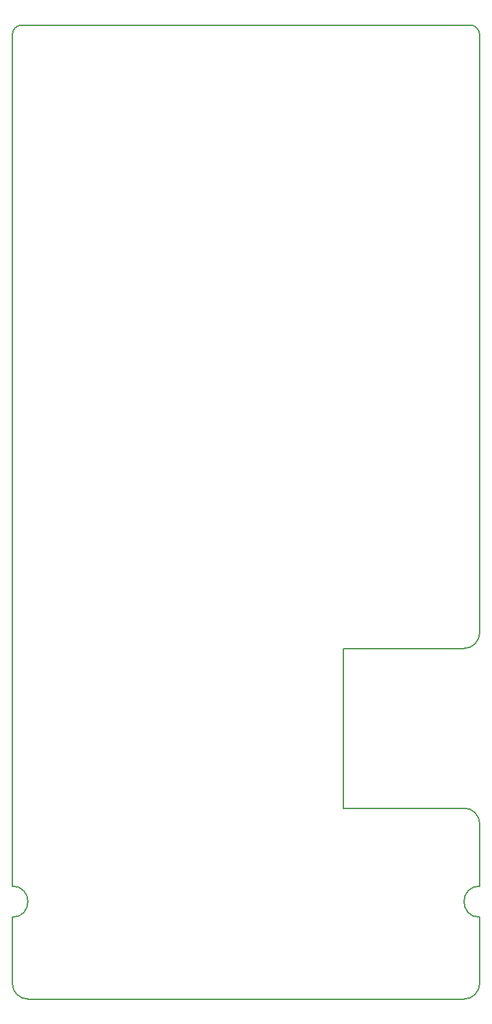
<source format=gbr>
G04 #@! TF.GenerationSoftware,KiCad,Pcbnew,(5.0.2)-1*
G04 #@! TF.CreationDate,2019-03-24T13:01:03-05:00*
G04 #@! TF.ProjectId,NavBoard_Hardware,4e617642-6f61-4726-945f-486172647761,rev?*
G04 #@! TF.SameCoordinates,Original*
G04 #@! TF.FileFunction,Profile,NP*
%FSLAX46Y46*%
G04 Gerber Fmt 4.6, Leading zero omitted, Abs format (unit mm)*
G04 Created by KiCad (PCBNEW (5.0.2)-1) date 3/24/2019 1:01:03 PM*
%MOMM*%
%LPD*%
G01*
G04 APERTURE LIST*
%ADD10C,0.150000*%
G04 APERTURE END LIST*
D10*
X114300000Y-137668000D02*
X114300000Y-53340000D01*
X114300000Y-150368000D02*
X114300000Y-141732000D01*
X173228000Y-152400000D02*
X116332000Y-152400000D01*
X175260000Y-141732000D02*
X175260000Y-150368000D01*
X175260000Y-129540000D02*
X175260000Y-137668000D01*
X114300000Y-137668000D02*
G75*
G02X114300000Y-141732000I0J-2032000D01*
G01*
X116332000Y-152400000D02*
G75*
G02X114300000Y-150368000I0J2032000D01*
G01*
X175260000Y-150368000D02*
G75*
G02X173228000Y-152400000I-2032000J0D01*
G01*
X175260000Y-141732000D02*
G75*
G02X175260000Y-137668000I0J2032000D01*
G01*
X173228000Y-127508000D02*
G75*
G02X175260000Y-129540000I0J-2032000D01*
G01*
X157480000Y-127508000D02*
X173228000Y-127508000D01*
X157480000Y-106680000D02*
X157480000Y-127508000D01*
X173228000Y-106680000D02*
X157480000Y-106680000D01*
X175260000Y-104648000D02*
G75*
G02X173228000Y-106680000I-2032000J0D01*
G01*
X175260000Y-104648000D02*
X175260000Y-101600000D01*
X175260000Y-53340000D02*
X175260000Y-101600000D01*
X114300000Y-26670000D02*
G75*
G02X115570000Y-25400000I1270000J0D01*
G01*
X173990000Y-25400000D02*
G75*
G02X175260000Y-26670000I0J-1270000D01*
G01*
X175260000Y-26670000D02*
X175260000Y-53340000D01*
X115570000Y-25400000D02*
X173990000Y-25400000D01*
X114300000Y-53340000D02*
X114300000Y-26670000D01*
M02*

</source>
